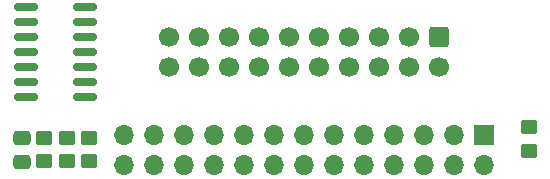
<source format=gbr>
%TF.GenerationSoftware,KiCad,Pcbnew,8.0.4*%
%TF.CreationDate,2024-09-19T23:06:27-05:00*%
%TF.ProjectId,IDC-26-Adapter-Rev1,4944432d-3236-42d4-9164-61707465722d,1.1*%
%TF.SameCoordinates,Original*%
%TF.FileFunction,Soldermask,Top*%
%TF.FilePolarity,Negative*%
%FSLAX46Y46*%
G04 Gerber Fmt 4.6, Leading zero omitted, Abs format (unit mm)*
G04 Created by KiCad (PCBNEW 8.0.4) date 2024-09-19 23:06:27*
%MOMM*%
%LPD*%
G01*
G04 APERTURE LIST*
G04 Aperture macros list*
%AMRoundRect*
0 Rectangle with rounded corners*
0 $1 Rounding radius*
0 $2 $3 $4 $5 $6 $7 $8 $9 X,Y pos of 4 corners*
0 Add a 4 corners polygon primitive as box body*
4,1,4,$2,$3,$4,$5,$6,$7,$8,$9,$2,$3,0*
0 Add four circle primitives for the rounded corners*
1,1,$1+$1,$2,$3*
1,1,$1+$1,$4,$5*
1,1,$1+$1,$6,$7*
1,1,$1+$1,$8,$9*
0 Add four rect primitives between the rounded corners*
20,1,$1+$1,$2,$3,$4,$5,0*
20,1,$1+$1,$4,$5,$6,$7,0*
20,1,$1+$1,$6,$7,$8,$9,0*
20,1,$1+$1,$8,$9,$2,$3,0*%
G04 Aperture macros list end*
%ADD10RoundRect,0.250000X0.450000X-0.350000X0.450000X0.350000X-0.450000X0.350000X-0.450000X-0.350000X0*%
%ADD11RoundRect,0.150000X0.825000X0.150000X-0.825000X0.150000X-0.825000X-0.150000X0.825000X-0.150000X0*%
%ADD12R,1.700000X1.700000*%
%ADD13O,1.700000X1.700000*%
%ADD14RoundRect,0.250000X-0.475000X0.337500X-0.475000X-0.337500X0.475000X-0.337500X0.475000X0.337500X0*%
%ADD15RoundRect,0.250000X-0.600000X0.600000X-0.600000X-0.600000X0.600000X-0.600000X0.600000X0.600000X0*%
%ADD16C,1.700000*%
G04 APERTURE END LIST*
D10*
%TO.C,R4*%
X172085000Y-99155000D03*
X172085000Y-97155000D03*
%TD*%
%TO.C,R3*%
X131064000Y-100060000D03*
X131064000Y-98060000D03*
%TD*%
D11*
%TO.C,U1*%
X134490000Y-94615000D03*
X134490000Y-93345000D03*
X134490000Y-92075000D03*
X134490000Y-90805000D03*
X134490000Y-89535000D03*
X134490000Y-88265000D03*
X134490000Y-86995000D03*
X129540000Y-86995000D03*
X129540000Y-88265000D03*
X129540000Y-89535000D03*
X129540000Y-90805000D03*
X129540000Y-92075000D03*
X129540000Y-93345000D03*
X129540000Y-94615000D03*
%TD*%
D10*
%TO.C,R2*%
X132969000Y-100060000D03*
X132969000Y-98060000D03*
%TD*%
%TO.C,R1*%
X134874000Y-100060000D03*
X134874000Y-98060000D03*
%TD*%
D12*
%TO.C,J2*%
X168275000Y-97790000D03*
D13*
X168275000Y-100330000D03*
X165735000Y-97790000D03*
X165735000Y-100330000D03*
X163195000Y-97790000D03*
X163195000Y-100330000D03*
X160655000Y-97790000D03*
X160655000Y-100330000D03*
X158115000Y-97790000D03*
X158115000Y-100330000D03*
X155575000Y-97790000D03*
X155575000Y-100330000D03*
X153035000Y-97790000D03*
X153035000Y-100330000D03*
X150495000Y-97790000D03*
X150495000Y-100330000D03*
X147955000Y-97790000D03*
X147955000Y-100330000D03*
X145415000Y-97790000D03*
X145415000Y-100330000D03*
X142875000Y-97790000D03*
X142875000Y-100330000D03*
X140335000Y-97790000D03*
X140335000Y-100330000D03*
X137795000Y-97790000D03*
X137795000Y-100330000D03*
%TD*%
D14*
%TO.C,C1*%
X129133600Y-100135000D03*
X129133600Y-98060000D03*
%TD*%
D15*
%TO.C,J1*%
X164465000Y-89535000D03*
D16*
X164465000Y-92075000D03*
X161925000Y-89535000D03*
X161925000Y-92075000D03*
X159385000Y-89535000D03*
X159385000Y-92075000D03*
X156845000Y-89535000D03*
X156845000Y-92075000D03*
X154305000Y-89535000D03*
X154305000Y-92075000D03*
X151765000Y-89535000D03*
X151765000Y-92075000D03*
X149225000Y-89535000D03*
X149225000Y-92075000D03*
X146685000Y-89535000D03*
X146685000Y-92075000D03*
X144145000Y-89535000D03*
X144145000Y-92075000D03*
X141605000Y-89535000D03*
X141605000Y-92075000D03*
%TD*%
M02*

</source>
